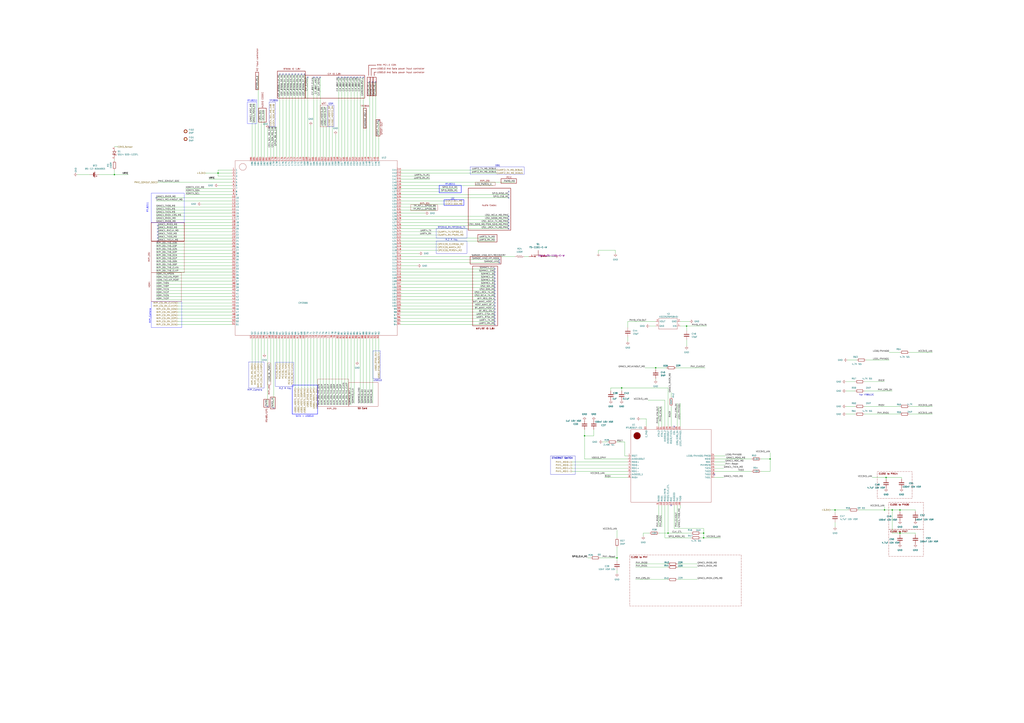
<source format=kicad_sch>
(kicad_sch (version 20231120) (generator "eeschema") (generator_version "8.0")
  (paper "A1")
  (junction (at 739.14 438.15))
  (junction (at 685.8 419.1))
  (junction (at 563.88 267.97))
  (junction (at 726.44 419.1))
  (junction (at 739.14 419.1))
  (junction (at 577.85 438.15))
  (junction (at 538.48 302.26))
  (junction (at 577.85 441.96))
  (junction (at 506.73 458.47))
  (junction (at 632.46 377.19))
  (junction (at 732.79 419.1))
  (junction (at 510.54 318.77))
  (junction (at 727.71 392.43))
  (junction (at 179.07 142.24))
  (junction (at 93.98 143.51))
  (junction (at 548.64 438.15))
  (junction (at 480.06 358.14))
  (no_connect (at 293.37 63.5))
  (no_connect (at 417.83 162.56))
  (no_connect (at 406.4 236.22))
  (no_connect (at 303.53 67.31))
  (no_connect (at 278.13 63.5))
  (no_connect (at 288.29 63.5))
  (no_connect (at 406.4 256.54))
  (no_connect (at 298.45 63.5))
  (no_connect (at 234.95 60.96))
  (no_connect (at 406.4 226.06))
  (no_connect (at 410.21 213.36))
  (no_connect (at 260.35 63.5))
  (no_connect (at 247.65 60.96))
  (no_connect (at 406.4 241.3))
  (no_connect (at 240.03 60.96))
  (no_connect (at 129.54 185.42))
  (no_connect (at 406.4 238.76))
  (no_connect (at 406.4 246.38))
  (no_connect (at 406.4 228.6))
  (no_connect (at 232.41 60.96))
  (no_connect (at 245.11 60.96))
  (no_connect (at 224.79 335.28))
  (no_connect (at 129.54 193.04))
  (no_connect (at 417.83 187.96))
  (no_connect (at 406.4 243.84))
  (no_connect (at 262.89 63.5))
  (no_connect (at 406.4 233.68))
  (no_connect (at 295.91 63.5))
  (no_connect (at 551.18 415.29))
  (no_connect (at 285.75 63.5))
  (no_connect (at 406.4 261.62))
  (no_connect (at 306.07 67.31))
  (no_connect (at 406.4 254))
  (no_connect (at 280.67 63.5))
  (no_connect (at 129.54 198.12))
  (no_connect (at 283.21 63.5))
  (no_connect (at 308.61 67.31))
  (no_connect (at 129.54 195.58))
  (no_connect (at 406.4 266.7))
  (no_connect (at 406.4 231.14))
  (no_connect (at 219.71 334.01))
  (no_connect (at 242.57 60.96))
  (no_connect (at 406.4 251.46))
  (no_connect (at 417.83 160.02))
  (no_connect (at 129.54 190.5))
  (no_connect (at 417.83 177.8))
  (no_connect (at 586.74 389.89))
  (no_connect (at 417.83 180.34))
  (no_connect (at 406.4 248.92))
  (no_connect (at 406.4 220.98))
  (no_connect (at 406.4 223.52))
  (no_connect (at 252.73 63.5))
  (no_connect (at 417.83 157.48))
  (no_connect (at 406.4 264.16))
  (no_connect (at 229.87 60.96))
  (no_connect (at 311.15 99.06))
  (no_connect (at 250.19 60.96))
  (no_connect (at 406.4 259.08))
  (no_connect (at 410.21 215.9))
  (no_connect (at 257.81 63.5))
  (no_connect (at 128.27 162.56))
  (no_connect (at 290.83 63.5))
  (no_connect (at 417.83 185.42))
  (no_connect (at 237.49 60.96))
  (no_connect (at 553.72 350.52))
  (no_connect (at 129.54 187.96))
  (no_connect (at 417.83 182.88))
  (wire (pts (xy 298.45 63.5) (xy 298.45 129.54)))
  (wire (pts (xy 328.93 241.3) (xy 406.4 241.3)))
  (wire (pts (xy 232.4076 61.1414) (xy 232.4076 71.12)))
  (wire (pts (xy 563.88 284.48) (xy 563.88 279.4)))
  (wire (pts (xy 328.93 165.1) (xy 365.76 165.1)))
  (wire (pts (xy 146.05 254) (xy 190.5 254)))
  (wire (pts (xy 328.93 251.46) (xy 406.4 251.46)))
  (wire (pts (xy 129.54 195.58) (xy 190.5 195.58)))
  (wire (pts (xy 482.6 458.47) (xy 485.14 458.47)))
  (wire (pts (xy 506.73 435.61) (xy 506.73 441.96)))
  (wire (pts (xy 171.45 147.32) (xy 190.5 147.32)))
  (wire (pts (xy 260.35 318.77) (xy 260.35 278.13)))
  (wire (pts (xy 278.13 63.5) (xy 278.13 129.54)))
  (wire (pts (xy 624.84 387.35) (xy 632.46 387.35)))
  (wire (pts (xy 285.75 278.13) (xy 285.75 332.74)))
  (wire (pts (xy 496.57 389.89) (xy 515.62 389.89)))
  (wire (pts (xy 513.08 374.65) (xy 513.08 363.22)))
  (wire (pts (xy 328.93 264.16) (xy 406.4 264.16)))
  (wire (pts (xy 273.05 278.13) (xy 273.05 332.74)))
  (wire (pts (xy 128.27 238.76) (xy 190.5 238.76)))
  (wire (pts (xy 586.74 384.81) (xy 594.36 384.81)))
  (wire (pts (xy 311.15 99.06) (xy 311.15 129.54)))
  (wire (pts (xy 128.27 243.84) (xy 190.5 243.84)))
  (wire (pts (xy 417.83 187.96) (xy 328.93 187.96)))
  (wire (pts (xy 240.03 298.45) (xy 240.03 278.13)))
  (wire (pts (xy 285.75 63.5) (xy 285.75 129.54)))
  (wire (pts (xy 245.1076 64.77) (xy 245.11 64.77)))
  (polyline (pts (xy 302.7436 53.6367) (xy 308.7333 53.6345)) (stroke (width 0.3048) (color 132 0 0 1)))
  (wire (pts (xy 538.48 302.26) (xy 547.37 302.26)))
  (wire (pts (xy 237.4876 61.1414) (xy 237.4876 68.58)))
  (wire (pts (xy 257.81 63.5) (xy 257.81 129.54)))
  (wire (pts (xy 492.76 458.47) (xy 506.73 458.47)))
  (wire (pts (xy 232.4076 71.12) (xy 232.41 71.12)))
  (wire (pts (xy 262.89 63.5) (xy 262.89 129.54)))
  (wire (pts (xy 532.13 328.93) (xy 546.1 328.93)))
  (wire (pts (xy 632.46 377.19) (xy 632.46 387.35)))
  (wire (pts (xy 726.44 313.69) (xy 709.93 313.69)))
  (wire (pts (xy 130.81 236.2182) (xy 130.81 236.22)))
  (wire (pts (xy 146.05 264.16) (xy 190.5 264.16)))
  (wire (pts (xy 577.85 441.96) (xy 591.82 441.96)))
  (wire (pts (xy 480.06 377.19) (xy 515.62 377.19)))
  (wire (pts (xy 739.14 419.1) (xy 751.84 419.1)))
  (wire (pts (xy 469.9 382.27) (xy 515.62 382.27)))
  (wire (pts (xy 270.51 104.14) (xy 270.51 129.54)))
  (wire (pts (xy 328.93 190.5) (xy 359.41 190.5)))
  (wire (pts (xy 594.36 392.43) (xy 586.74 392.43)))
  (wire (pts (xy 711.2 295.91) (xy 730.25 295.91)))
  (wire (pts (xy 328.93 152.4) (xy 405.13 152.4)))
  (wire (pts (xy 487.68 358.14) (xy 480.06 358.14)))
  (wire (pts (xy 506.73 458.47) (xy 506.73 449.58)))
  (wire (pts (xy 491.49 205.74) (xy 505.46 205.74)))
  (wire (pts (xy 240.0276 61.1414) (xy 240.0276 67.31)))
  (wire (pts (xy 128.27 180.34) (xy 190.5 180.34)))
  (wire (pts (xy 303.53 67.31) (xy 303.53 129.54)))
  (wire (pts (xy 128.27 165.1) (xy 190.5 165.1)))
  (wire (pts (xy 375.92 154.94) (xy 328.93 154.94)))
  (wire (pts (xy 212.09 298.45) (xy 212.09 278.13)))
  (wire (pts (xy 530.86 350.52) (xy 530.86 344.17)))
  (wire (pts (xy 586.74 374.65) (xy 595.63 374.65)))
  (wire (pts (xy 556.26 466.09) (xy 572.77 466.09)))
  (wire (pts (xy 130.81 236.22) (xy 190.5 236.22)))
  (wire (pts (xy 732.79 419.1) (xy 739.14 419.1)))
  (wire (pts (xy 308.61 67.31) (xy 308.61 129.54)))
  (wire (pts (xy 179.07 139.7) (xy 190.5 139.7)))
  (wire (pts (xy 308.61 278.13) (xy 308.61 289.56)))
  (wire (pts (xy 727.71 392.43) (xy 740.41 392.43)))
  (wire (pts (xy 586.74 379.73) (xy 595.63 379.73)))
  (wire (pts (xy 128.27 200.66) (xy 190.5 200.66)))
  (wire (pts (xy 128.27 218.44) (xy 190.5 218.44)))
  (wire (pts (xy 128.27 215.9) (xy 190.5 215.9)))
  (wire (pts (xy 250.1876 62.23) (xy 250.19 62.23)))
  (wire (pts (xy 469.9 379.73) (xy 515.62 379.73)))
  (wire (pts (xy 449.58 210.82) (xy 455.93 210.82)))
  (wire (pts (xy 586.74 387.35) (xy 617.22 387.35)))
  (wire (pts (xy 129.54 187.96) (xy 190.5 187.96)))
  (wire (pts (xy 685.8 419.1) (xy 685.8 421.64)))
  (polyline (pts (xy 304.8 56.4057) (xy 309.1965 56.4057)) (stroke (width 0.3048) (color 132 0 0 1)))
  (wire (pts (xy 751.84 419.1) (xy 751.84 420.37)))
  (wire (pts (xy 681.99 419.1) (xy 685.8 419.1)))
  (wire (pts (xy 548.64 415.29) (xy 548.64 438.15)))
  (wire (pts (xy 494.8276 363.22) (xy 499.11 363.22)))
  (wire (pts (xy 255.27 102.87) (xy 255.27 129.54)))
  (wire (pts (xy 548.64 438.15) (xy 567.69 438.15)))
  (wire (pts (xy 586.74 377.19) (xy 617.22 377.19)))
  (wire (pts (xy 739.14 438.15) (xy 751.84 438.15)))
  (wire (pts (xy 96.52 120.65) (xy 93.98 120.65)))
  (wire (pts (xy 558.8 331.47) (xy 558.8 350.52)))
  (wire (pts (xy 128.27 246.38) (xy 190.5 246.38)))
  (wire (pts (xy 546.1 441.96) (xy 567.69 441.96)))
  (wire (pts (xy 240.03 67.31) (xy 240.03 129.54)))
  (wire (pts (xy 732.79 321.31) (xy 709.93 321.31)))
  (wire (pts (xy 250.19 278.13) (xy 250.19 318.77)))
  (wire (pts (xy 515.62 264.16) (xy 538.48 264.16)))
  (wire (pts (xy 541.02 334.01) (xy 541.02 350.52)))
  (wire (pts (xy 217.17 90.17) (xy 217.17 129.54)))
  (wire (pts (xy 726.44 419.1) (xy 726.44 416.56)))
  (wire (pts (xy 491.49 208.28) (xy 491.49 205.74)))
  (wire (pts (xy 521.97 463.55) (xy 548.64 463.55)))
  (wire (pts (xy 128.27 172.72) (xy 190.5 172.72)))
  (wire (pts (xy 328.93 218.44) (xy 342.9 218.44)))
  (wire (pts (xy 227.33 298.45) (xy 227.33 278.13)))
  (wire (pts (xy 469.9 387.35) (xy 515.62 387.35)))
  (wire (pts (xy 538.48 312.42) (xy 538.48 311.15)))
  (wire (pts (xy 63.5 143.51) (xy 73.66 143.51)))
  (wire (pts (xy 328.93 210.82) (xy 422.91 210.82)))
  (wire (pts (xy 152.4 157.48) (xy 190.5 157.48)))
  (wire (pts (xy 546.1 415.29) (xy 546.1 441.96)))
  (wire (pts (xy 207.01 298.45) (xy 207.01 278.13)))
  (wire (pts (xy 128.27 175.26) (xy 190.5 175.26)))
  (wire (pts (xy 257.81 318.77) (xy 257.81 278.13)))
  (wire (pts (xy 575.31 438.15) (xy 577.85 438.15)))
  (wire (pts (xy 237.4876 68.58) (xy 237.49 68.58)))
  (wire (pts (xy 328.93 182.88) (xy 417.83 182.88)))
  (wire (pts (xy 295.91 63.5) (xy 295.91 129.54)))
  (wire (pts (xy 146.05 266.7) (xy 190.5 266.7)))
  (wire (pts (xy 533.4 267.97) (xy 538.48 267.97)))
  (wire (pts (xy 685.8 429.26) (xy 685.8 433.07)))
  (wire (pts (xy 303.53 278.13) (xy 303.53 331.47)))
  (wire (pts (xy 128.27 236.22) (xy 129.54 236.22)))
  (wire (pts (xy 328.93 233.68) (xy 406.4 233.68)))
  (wire (pts (xy 328.93 198.12) (xy 406.4 198.12)))
  (wire (pts (xy 288.29 278.13) (xy 288.29 332.74)))
  (wire (pts (xy 128.27 233.68) (xy 190.5 233.68)))
  (wire (pts (xy 280.67 63.5) (xy 280.67 129.54)))
  (wire (pts (xy 260.35 63.5) (xy 260.35 129.54)))
  (wire (pts (xy 480.06 377.19) (xy 480.06 358.14)))
  (wire (pts (xy 730.25 289.56) (xy 739.14 289.56)))
  (wire (pts (xy 128.27 177.8) (xy 190.5 177.8)))
  (wire (pts (xy 222.25 104.14) (xy 222.25 129.54)))
  (wire (pts (xy 328.93 175.26) (xy 349.25 175.26)))
  (wire (pts (xy 501.65 318.77) (xy 501.65 321.31)))
  (wire (pts (xy 541.02 438.15) (xy 548.64 438.15)))
  (wire (pts (xy 704.85 419.1) (xy 726.44 419.1)))
  (wire (pts (xy 328.93 208.28) (xy 344.17 208.28)))
  (wire (pts (xy 293.37 63.5) (xy 293.37 129.54)))
  (wire (pts (xy 179.07 144.78) (xy 190.5 144.78)))
  (wire (pts (xy 624.84 377.19) (xy 632.46 377.19)))
  (wire (pts (xy 146.05 259.08) (xy 190.5 259.08)))
  (wire (pts (xy 280.67 278.13) (xy 280.67 332.74)))
  (wire (pts (xy 328.93 170.18) (xy 358.14 170.18)))
  (polyline (pts (xy 304.8 62.23) (xy 304.8 56.4057)) (stroke (width 0.3048) (color 132 0 0 1)))
  (wire (pts (xy 716.28 392.43) (xy 727.71 392.43)))
  (wire (pts (xy 506.73 458.47) (xy 506.73 461.01)))
  (wire (pts (xy 217.17 278.13) (xy 217.17 290.83)))
  (wire (pts (xy 506.73 468.63) (xy 506.73 471.17)))
  (wire (pts (xy 558.8 417.83) (xy 558.8 415.29)))
  (wire (pts (xy 515.62 269.24) (xy 515.62 264.16)))
  (wire (pts (xy 165.1 167.64) (xy 190.5 167.64)))
  (wire (pts (xy 214.63 90.17) (xy 214.63 129.54)))
  (wire (pts (xy 496.57 392.43) (xy 515.62 392.43)))
  (wire (pts (xy 222.25 278.13) (xy 222.25 313.69)))
  (wire (pts (xy 247.65 278.13) (xy 247.65 318.77)))
  (wire (pts (xy 694.69 321.31) (xy 702.31 321.31)))
  (wire (pts (xy 551.18 334.01) (xy 551.18 350.52)))
  (wire (pts (xy 515.62 374.65) (xy 513.08 374.65)))
  (wire (pts (xy 129.54 185.42) (xy 190.5 185.42)))
  (wire (pts (xy 242.5676 66.04) (xy 242.57 66.04)))
  (wire (pts (xy 306.07 67.31) (xy 306.07 129.54)))
  (wire (pts (xy 128.27 220.98) (xy 190.5 220.98)))
  (wire (pts (xy 229.87 298.45) (xy 229.87 278.13)))
  (wire (pts (xy 128.27 228.6) (xy 190.5 228.6)))
  (wire (pts (xy 105.41 143.51) (xy 93.98 143.51)))
  (wire (pts (xy 726.44 419.1) (xy 732.79 419.1)))
  (wire (pts (xy 146.05 248.92) (xy 190.5 248.92)))
  (wire (pts (xy 290.83 63.5) (xy 290.83 129.54)))
  (wire (pts (xy 528.32 440.69) (xy 528.32 438.15)))
  (wire (pts (xy 129.54 236.22) (xy 130.81 236.2182)))
  (wire (pts (xy 128.27 223.52) (xy 190.5 223.52)))
  (wire (pts (xy 242.5676 61.1414) (xy 242.5676 66.04)))
  (wire (pts (xy 556.26 463.55) (xy 572.77 463.55)))
  (wire (pts (xy 295.91 278.13) (xy 295.91 331.47)))
  (wire (pts (xy 134.62 231.14) (xy 190.5 231.14)))
  (wire (pts (xy 556.26 331.47) (xy 556.26 350.52)))
  (wire (pts (xy 328.93 248.92) (xy 406.4 248.92)))
  (wire (pts (xy 739.14 419.1) (xy 739.14 420.37)))
  (polyline (pts (xy 307.34 62.23) (xy 307.34 59.4288)) (stroke (width 0.3048) (color 132 0 0 1)))
  (wire (pts (xy 179.07 152.4) (xy 190.5 152.4)))
  (wire (pts (xy 146.05 256.54) (xy 190.5 256.54)))
  (wire (pts (xy 242.57 66.04) (xy 242.57 129.54)))
  (wire (pts (xy 632.46 372.11) (xy 632.46 377.19)))
  (wire (pts (xy 751.84 438.15) (xy 751.84 439.42)))
  (wire (pts (xy 207.01 85.09) (xy 207.01 129.54)))
  (wire (pts (xy 152.4 154.94) (xy 190.5 154.94)))
  (wire (pts (xy 765.81 340.36) (xy 746.76 340.36)))
  (wire (pts (xy 577.85 438.15) (xy 577.85 441.96)))
  (wire (pts (xy 328.93 231.14) (xy 406.4 231.14)))
  (wire (pts (xy 525.78 344.17) (xy 530.86 344.17)))
  (wire (pts (xy 328.93 236.22) (xy 406.4 236.22)))
  (wire (pts (xy 265.43 278.13) (xy 265.43 332.74)))
  (wire (pts (xy 290.83 278.13) (xy 290.83 331.47)))
  (wire (pts (xy 273.05 104.14) (xy 273.05 129.54)))
  (wire (pts (xy 501.65 318.77) (xy 510.54 318.77)))
  (wire (pts (xy 328.93 149.86) (xy 422.91 149.86)))
  (wire (pts (xy 262.89 278.13) (xy 262.89 332.74)))
  (wire (pts (xy 219.71 278.13) (xy 219.71 334.01)))
  (wire (pts (xy 179.07 142.24) (xy 179.07 144.78)))
  (wire (pts (xy 128.27 208.28) (xy 190.5 208.28)))
  (wire (pts (xy 328.93 177.8) (xy 417.83 177.8)))
  (polyline (pts (xy 302.7457 62.1383) (xy 302.7436 53.6367)) (stroke (width 0.3048) (color 132 0 0 1)))
  (wire (pts (xy 359.41 203.2) (xy 328.93 203.2)))
  (wire (pts (xy 727.71 392.43) (xy 727.71 393.7)))
  (wire (pts (xy 267.97 278.13) (xy 267.97 332.74)))
  (wire (pts (xy 234.9476 69.85) (xy 234.95 69.85)))
  (wire (pts (xy 128.27 210.82) (xy 190.5 210.82)))
  (wire (pts (xy 695.96 295.91) (xy 703.58 295.91)))
  (wire (pts (xy 209.55 298.45) (xy 209.55 278.13)))
  (wire (pts (xy 709.93 334.01) (xy 739.14 334.01)))
  (wire (pts (xy 694.69 340.36) (xy 702.31 340.36)))
  (wire (pts (xy 219.71 105.41) (xy 219.71 129.54)))
  (wire (pts (xy 311.15 289.56) (xy 311.15 278.13)))
  (wire (pts (xy 209.55 85.09) (xy 209.55 129.54)))
  (wire (pts (xy 179.07 142.24) (xy 179.07 139.7)))
  (wire (pts (xy 129.54 149.86) (xy 190.5 149.86)))
  (wire (pts (xy 513.08 363.22) (xy 506.73 363.22)))
  (wire (pts (xy 275.59 110.49) (xy 275.59 129.54)))
  (wire (pts (xy 300.99 90.17) (xy 300.99 129.54)))
  (wire (pts (xy 328.93 172.72) (xy 358.14 172.72)))
  (wire (pts (xy 732.79 438.15) (xy 739.14 438.15)))
  (wire (pts (xy 293.37 278.13) (xy 293.37 297.18)))
  (wire (pts (xy 250.19 62.23) (xy 250.19 129.54)))
  (wire (pts (xy 224.79 278.13) (xy 224.79 335.28)))
  (wire (pts (xy 359.41 200.66) (xy 328.93 200.66)))
  (wire (pts (xy 529.59 302.26) (xy 538.48 302.26)))
  (wire (pts (xy 694.69 334.01) (xy 702.31 334.01)))
  (wire (pts (xy 556.26 476.25) (xy 572.77 476.25)))
  (wire (pts (xy 214.63 298.45) (xy 214.63 278.13)))
  (wire (pts (xy 278.13 278.13) (xy 278.13 332.74)))
  (wire (pts (xy 300.99 278.13) (xy 300.99 331.47)))
  (wire (pts (xy 240.0276 67.31) (xy 240.03 67.31)))
  (wire (pts (xy 515.62 280.67) (xy 515.62 276.86)))
  (wire (pts (xy 430.53 210.82) (xy 434.34 210.82)))
  (wire (pts (xy 283.21 278.13) (xy 283.21 332.74)))
  (wire (pts (xy 267.97 87.63) (xy 267.97 129.54)))
  (wire (pts (xy 128.27 162.56) (xy 190.5 162.56)))
  (wire (pts (xy 229.87 60.96) (xy 229.87 129.54)))
  (wire (pts (xy 328.93 195.58) (xy 406.4 195.58)))
  (wire (pts (xy 765.81 334.01) (xy 746.76 334.01)))
  (wire (pts (xy 328.93 254) (xy 406.4 254)))
  (wire (pts (xy 237.49 298.45) (xy 237.49 278.13)))
  (wire (pts (xy 328.93 193.04) (xy 359.41 193.04)))
  (wire (pts (xy 146.05 251.46) (xy 190.5 251.46)))
  (wire (pts (xy 255.27 318.77) (xy 255.27 278.13)))
  (wire (pts (xy 579.12 302.26) (xy 554.99 302.26)))
  (wire (pts (xy 521.97 466.09) (xy 548.64 466.09)))
  (wire (pts (xy 245.11 64.77) (xy 245.11 129.54)))
  (wire (pts (xy 353.06 147.32) (xy 328.93 147.32)))
  (wire (pts (xy 250.1876 61.1414) (xy 250.1876 62.23)))
  (wire (pts (xy 328.93 223.52) (xy 406.4 223.52)))
  (wire (pts (xy 128.27 226.06) (xy 190.5 226.06)))
  (wire (pts (xy 709.93 340.36) (xy 739.14 340.36)))
  (wire (pts (xy 129.54 190.5) (xy 190.5 190.5)))
  (wire (pts (xy 152.4 160.02) (xy 190.5 160.02)))
  (wire (pts (xy 694.69 313.69) (xy 702.31 313.69)))
  (wire (pts (xy 328.93 238.76) (xy 406.4 238.76)))
  (wire (pts (xy 566.42 264.16) (xy 558.8 264.16)))
  (wire (pts (xy 252.73 63.5) (xy 252.73 129.54)))
  (wire (pts (xy 551.18 322.58) (xy 551.18 326.39)))
  (wire (pts (xy 93.98 132.08) (xy 93.98 130.81)))
  (wire (pts (xy 232.41 298.45) (xy 232.41 278.13)))
  (wire (pts (xy 168.91 142.24) (xy 179.07 142.24)))
  (wire (pts (xy 740.41 392.43) (xy 740.41 393.7)))
  (wire (pts (xy 553.72 434.34) (xy 577.85 434.34)))
  (wire (pts (xy 746.76 289.56) (xy 765.81 289.56)))
  (wire (pts (xy 328.93 226.06) (xy 406.4 226.06)))
  (wire (pts (xy 563.88 267.97) (xy 558.8 267.97)))
  (wire (pts (xy 359.41 205.74) (xy 328.93 205.74)))
  (wire (pts (xy 328.93 243.84) (xy 406.4 243.84)))
  (wire (pts (xy 528.32 438.15) (xy 533.4 438.15)))
  (wire (pts (xy 270.51 278.13) (xy 270.51 332.74)))
  (wire (pts (xy 505.46 205.74) (xy 505.46 208.28)))
  (wire (pts (xy 328.93 180.34) (xy 417.83 180.34)))
  (wire (pts (xy 128.27 213.36) (xy 190.5 213.36)))
  (wire (pts (xy 328.93 261.62) (xy 406.4 261.62)))
  (wire (pts (xy 586.74 382.27) (xy 595.63 382.27)))
  (wire (pts (xy 328.93 185.42) (xy 417.83 185.42)))
  (wire (pts (xy 417.83 160.02) (xy 328.93 160.02)))
  (wire (pts (xy 556.26 415.29) (xy 556.26 433.07)))
  (wire (pts (xy 232.41 71.12) (xy 232.41 129.54)))
  (wire (pts (xy 328.93 266.7) (xy 406.4 266.7)))
  (wire (pts (xy 732.79 419.1) (xy 732.79 438.15)))
  (wire (pts (xy 739.14 438.15) (xy 739.14 439.42)))
  (wire (pts (xy 546.1 328.93) (xy 546.1 350.52)))
  (wire (pts (xy 81.28 143.51) (xy 93.98 143.51)))
  (wire (pts (xy 685.8 419.1) (xy 697.23 419.1)))
  (wire (pts (xy 93.98 143.51) (xy 93.98 139.7)))
  (wire (pts (xy 541.02 415.29) (xy 541.02 433.07)))
  (wire (pts (xy 353.06 144.78) (xy 328.93 144.78)))
  (wire (pts (xy 563.88 267.97) (xy 580.39 267.97)))
  (wire (pts (xy 510.54 318.77) (xy 510.54 321.31)))
  (wire (pts (xy 306.07 278.13) (xy 306.07 331.47)))
  (wire (pts (xy 179.07 142.24) (xy 190.5 142.24)))
  (wire (pts (xy 577.85 434.34) (xy 577.85 438.15)))
  (wire (pts (xy 328.93 220.98) (xy 406.4 220.98)))
  (wire (pts (xy 538.48 302.26) (xy 538.48 303.53)))
  (wire (pts (xy 328.93 142.24) (xy 407.67 142.24)))
  (wire (pts (xy 247.65 60.96) (xy 247.65 129.54)))
  (wire (pts (xy 328.93 213.36) (xy 410.21 213.36)))
  (wire (pts (xy 146.05 261.62) (xy 190.5 261.62)))
  (wire (pts (xy 128.27 241.3) (xy 190.5 241.3)))
  (wire (pts (xy 245.1076 61.1414) (xy 245.1076 64.77)))
  (wire (pts (xy 469.9 384.81) (xy 515.62 384.81)))
  (wire (pts (xy 252.73 318.77) (xy 252.73 278.13)))
  (wire (pts (xy 128.27 205.74) (xy 190.5 205.74)))
  (wire (pts (xy 265.43 87.63) (xy 265.43 129.54)))
  (wire (pts (xy 375.92 157.48) (xy 328.93 157.48)))
  (wire (pts (xy 129.54 193.04) (xy 190.5 193.04)))
  (wire (pts (xy 417.83 162.56) (xy 328.93 162.56)))
  (wire (pts (xy 575.31 441.96) (xy 577.85 441.96)))
  (wire (pts (xy 328.93 139.7) (xy 407.67 139.7)))
  (wire (pts (xy 510.54 318.77) (xy 548.64 318.77)))
  (wire (pts (xy 275.59 278.13) (xy 275.59 332.74)))
  (wire (pts (xy 543.56 334.01) (xy 543.56 350.52)))
  (wire (pts (xy 128.4594 231.1418) (xy 134.62 231.14)))
  (wire (pts (xy 245.11 278.13) (xy 245.11 318.77)))
  (wire (pts (xy 298.45 278.13) (xy 298.45 331.47)))
  (wire (pts (xy 328.93 228.6) (xy 406.4 228.6)))
  (wire (pts (xy 563.88 271.78) (xy 563.88 267.97)))
  (wire (pts (xy 224.79 104.14) (xy 224.79 129.54)))
  (polyline (pts (xy 307.34 59.4288) (xy 309.1159 59.4288)) (stroke (width 0.3048) (color 132 0 0 1)))
  (wire (pts (xy 521.97 476.25) (xy 548.64 476.25)))
  (wire (pts (xy 212.09 62.23) (xy 212.09 129.54)))
  (wire (pts (xy 283.21 63.5) (xy 283.21 129.54)))
  (wire (pts (xy 128.27 170.18) (xy 190.5 170.18)))
  (wire (pts (xy 237.49 68.58) (xy 237.49 129.54)))
  (wire (pts (xy 553.72 415.29) (xy 553.72 434.34)))
  (wire (pts (xy 129.54 198.12) (xy 190.5 198.12)))
  (wire (pts (xy 480.06 358.14) (xy 480.06 353.06)))
  (wire (pts (xy 234.95 69.85) (xy 234.95 129.54)))
  (wire (pts (xy 234.95 298.45) (xy 234.95 278.13)))
  (wire (pts (xy 328.93 167.64) (xy 365.76 167.64)))
  (wire (pts (xy 328.93 246.38) (xy 406.4 246.38)))
  (wire (pts (xy 288.29 63.5) (xy 288.29 129.54)))
  (wire (pts (xy 234.9476 61.1414) (xy 234.9476 69.85)))
  (wire (pts (xy 487.68 353.06) (xy 487.68 358.14)))
  (wire (pts (xy 242.57 278.13) (xy 242.57 318.77)))
  (wire (pts (xy 328.93 259.08) (xy 406.4 259.08)))
  (wire (pts (xy 227.33 104.14) (xy 227.33 129.54)))
  (wire (pts (xy 328.93 256.54) (xy 406.4 256.54)))
  (wire (pts (xy 328.93 215.9) (xy 410.21 215.9)))
  (wire (pts (xy 128.27 182.88) (xy 190.5 182.88)))
  (wire (pts (xy 128.27 203.2) (xy 190.5 203.2)))
  (wire (pts (xy 548.64 318.77) (xy 548.64 350.52)))
  (wire (pts (xy 543.56 415.29) (xy 543.56 433.07)))
  (rectangle (start 219.71 298.45) (end 222.25 316.23) (stroke (width 0) (color 132 0 0 1)))
  (rectangle (start 358.14 187.96) (end 383.54 195.58))
  (rectangle (start 298.5306 88.9) (end 300.8166 105.41) (stroke (width 0.3048) (color 132 0 0 1)))
  (rectangle (start 124.3368 224.1387) (end 149.0289 247.9158) (stroke (width 0) (color 132 0 0 1)))
  (rectangle (start 226.06 330.2) (end 226.06 330.2))
  (rectangle (start 240.03 316.5369) (end 260.7964 340.36) (stroke (width 0.3048) (color 0 0 255 1)))
  (rectangle (start 216.6729 328.1396) (end 220.98 334.7436) (stroke (width 0.3048) (color 132 0 0 1)))
  (rectangle (start 304.0036 63.5023) (end 306.3635 78.74) (stroke (width 0.3048) (color 132 0 0 1)))
  (rectangle (start 364.6799 164.1495) (end 381 168.815) (stroke (width 0.3048) (color 0 0 255 1)))
  (rectangle (start 358.14 198.12) (end 383.54 208.28))
  (rectangle (start 308.7838 98.3636) (end 312.0858 111.76) (stroke (width 0.3048) (color 132 0 0 1)))
  (rectangle (start 220.98 83.82) (end 226.06 104.14))
  (rectangle (start 203.2 83.82) (end 210.82 101.6) (stroke (width 0) (color 0 0 255 1)))
  (rectangle (start 204.1644 297.4182) (end 216.8644 319.0082))
  (rectangle (start 411.4734 146.878) (end 424.18 150.688) (stroke (width 0.3048) (color 132 0 0 1)))
  (rectangle (start 124.2785 247.8523) (end 149.2665 269.24) (stroke (width 0) (color 0 0 255 1)))
  (rectangle (start 386.08 137.16) (end 430.53 143.3295))
  (rectangle (start 337.3033 168.2643) (end 359.41 172.9298) (stroke (width 0) (color 132 0 0 1)))
  (rectangle (start 250.695 61.9136) (end 299.4787 80.7096) (stroke (width 0.3048) (color 132 0 0 1)))
  (rectangle (start 260.7964 311.6378) (end 286.3918 333.9898) (stroke (width 0) (color 132 0 0 1)))
  (rectangle (start 388.112 218.694) (end 408.686 267.716) (stroke (width 0.3048) (color 132 0 0 1)))
  (rectangle (start 269.24 86.36) (end 274.32 104.14))
  (rectangle (start 301.5394 63.5) (end 303.9797 78.74) (stroke (width 0.3048) (color 132 0 0 1)))
  (rectangle (start 222.0597 326.39) (end 226.06 335.977) (stroke (width 0.3048) (color 132 0 0 1)))
  (rectangle (start 390.3164 149.86) (end 406.7621 152.4) (stroke (width 0) (color 132 0 0 1)))
  (rectangle (start 124.2149 198.527) (end 151.3784 224.0455) (stroke (width 0) (color 132 0 0 1)))
  (rectangle (start 386.08 210.82) (end 411.48 216.9379) (stroke (width 0.3048) (color 132 0 0 1)))
  (rectangle (start 124.2173 182.8701) (end 151.3953 198.12) (stroke (width 0.3048) (color 132 0 0 1)))
  (rectangle (start 392.483 192.7382) (end 408.203 198.8561) (stroke (width 0.3048) (color 132 0 0 1)))
  (rectangle (start 227.8356 58.42) (end 250.6956 80.7225) (stroke (width 0.3048) (color 132 0 0 1)))
  (rectangle (start 384.5708 154.7033) (end 419.4574 189.23) (stroke (width 0.3048) (color 132 0 0 1)))
  (rectangle (start 226.0629 297.7478) (end 241.3029 317.5))
  (rectangle (start 124.206 158.75) (end 151.384 182.88) (stroke (width 0) (color 0 0 255 1)))
  (rectangle (start 306.4134 63.5) (end 308.9534 78.74) (stroke (width 0.3048) (color 132 0 0 1)))
  (rectangle (start 209.8979 59.2774) (end 212.3567 73.6637) (stroke (width 0.3048) (color 132 0 0 1)))
  (rectangle (start 286.4477 314.2441) (end 310.5134 333.9402) (stroke (width 0) (color 132 0 0 1)))
  (rectangle (start 262.89 86.36) (end 269.24 104.14) (stroke (width 0) (color 132 0 0 1)))
  (rectangle (start 306.3491 288.29) (end 312.42 311.15))
  (rectangle (start 212.3926 88.9) (end 218.719 100.33) (stroke (width 0.3048) (color 132 0 0 1)))
  (rectangle (start 360.68 152.4) (end 378.7634 158.4479) (stroke (width 0.3048) (color 0 0 255 1)))
  (text_box "CLOSE to PIN30\n\n" (at 729.996 413.004 0) (size 28.448 22.098) (stroke (width 0) (type dash) (color 132 0 0 1)) (effects (font (size 1.27 1.27) (thickness 0.254) (bold yes)) (justify left top)))
  (text_box "CLOSE to PHY\n\n\n\n\n" (at 517.144 456.184 0) (size 91.694 41.91) (stroke (width 0) (type dash) (color 132 0 0 1)) (effects (font (size 1.27 1.27) (thickness 0.254) (bold yes)) (justify left top)))
  (text_box "CLOSE to PIN7\n\n\n" (at 729.996 435.102 0) (size 28.448 22.098) (stroke (width 0) (type dash) (color 132 0 0 1)) (effects (font (size 1.27 1.27) (thickness 0.254) (bold yes)) (justify left top)))
  (text_box "CLOSE to PIN14\n\n\n" (at 720.598 387.604 0) (size 28.448 22.098) (stroke (width 0) (type dash) (color 132 0 0 1)) (effects (font (size 1.27 1.27) (thickness 0.254) (bold yes)) (justify left top)))
  (text_box "ETHERNET SWITCH\n" (at 452.12 374.65 0) (size 20.32 15.24) (effects (font (size 1.27 1.27) (bold yes)) (justify left top)))
  (text "PCIE\n" (at 418.084 146.05 0) (effects (font (size 1.27 1.27))))
  (text "MIPI_Camera\n" (at 123.19 259.588 90) (effects (font (size 1.27 1.27))))
  (text "WIFI/BT IO 1.8V\n" (at 398.526 270.256 0) (effects (font (size 1.27 1.27) (thickness 0.254) (bold yes))))
  (text "RTL8211" (at 369.824 151.384 0) (effects (font (size 1.27 1.27))))
  (text "TP2855\n\n" (at 224.79 83.82 0) (effects (font (size 1.27 1.27))))
  (text "M.2 M Key" (at 370.84 197.104 0) (effects (font (size 1.27 1.27))))
  (text "CIF IO 1.8V\n" (at 274.574 60.96 0) (effects (font (size 1.27 1.27))))
  (text "RTL8211\n" (at 207.264 82.804 0) (effects (font (size 1.27 1.27))))
  (text "RP2040_RX/RP2040_TX\n" (at 370.84 186.944 0) (effects (font (size 1.27 1.27))))
  (text "BT656 IO 1.8V" (at 239.776 56.896 0) (effects (font (size 1.27 1.27))))
  (text "MIPI_DSI" (at 220.98 320.548 90) (effects (font (size 1.27 1.27))))
  (text "USB3.0 And Sata power input controller\n\n" (at 329.184 60.706 0) (effects (font (size 1.27 1.27))))
  (text "AUDIO CODEC" (at 215.646 82.296 90) (effects (font (size 1.27 1.27))))
  (text "MIPI_DSI\n" (at 122.428 211.328 90) (effects (font (size 1.27 1.27))))
  (text "USB2.0 And Sata power input controller\n\n" (at 329.184 57.658 0) (effects (font (size 1.27 1.27))))
  (text "SD Card" (at 297.688 335.788 0) (effects (font (size 1.27 1.27) (thickness 0.254) (bold yes))))
  (text "RTL8211\n" (at 121.158 170.434 90) (effects (font (size 1.27 1.27))))
  (text "MIPI_DSI\n" (at 272.542 336.042 0) (effects (font (size 1.27 1.27))))
  (text "Audio Codec " (at 402.336 168.91 0) (effects (font (size 1.27 1.27))))
  (text "DBG\n" (at 408.686 136.144 0) (effects (font (size 1.27 1.27))))
  (text "TP2855\n" (at 299.72 87.376 0) (effects (font (size 1.27 1.27))))
  (text "RS485/GPS\n" (at 218.948 341.63 90) (effects (font (size 1.27 1.27))))
  (text "MINI PCI-E CON\n" (at 317.5 53.594 0) (effects (font (size 1.27 1.27))))
  (text "MIPI_DSI\n" (at 398.272 148.844 0) (effects (font (size 1.27 1.27))))
  (text "M.2 M Key" (at 234.188 319.278 0) (effects (font (size 1.27 1.27))))
  (text "I2C\n" (at 371.856 163.322 0) (effects (font (size 1.27 1.27))))
  (text "HDMI\n" (at 122.682 234.188 90) (effects (font (size 1.27 1.27))))
  (text "For YT8512C" (at 711.708 324.612 0) (effects (font (size 1.27 1.27))))
  (text "SPDIF-OUT\n" (at 313.436 105.664 90) (effects (font (size 1.27 1.27))))
  (text "WİFİ\n" (at 265.938 85.344 0) (effects (font (size 1.27 1.27))))
  (text "USB3.0" (at 310.134 312.674 0) (effects (font (size 1.27 1.27))))
  (text "M2 input controller\n\n" (at 212.344 49.276 90) (effects (font (size 1.27 1.27))))
  (text "MIPI_Camera\n" (at 209.296 320.548 0) (effects (font (size 1.27 1.27))))
  (text "GSM\n" (at 271.78 85.344 0) (effects (font (size 1.27 1.27))))
  (text "SATA + USB3.0\n\n" (at 250.19 343.154 0) (effects (font (size 1.27 1.27))))
  (text "MIPI_DSI\n" (at 348.742 167.386 0) (effects (font (size 1.27 1.27))))
  (label "CIF_8BIT_D6" (at 293.37 63.5 270))
  (label "GMAC1_RXD1_M0" (at 572.77 466.09 0))
  (label "VOP_BT656_D1_M1" (at 234.9476 61.1414 270))
  (label "HOST_WAKE_BT_H" (at 406.4 251.46 180))
  (label "PHY_RXD1" (at 543.56 433.07 90))
  (label "SPI3_MOSI_M1" (at 375.92 157.48 180))
  (label "GMAC1_MDIO_M0" (at 612.14 377.19 180))
  (label "GMAC1_RXD3_M0" (at 129.54 185.42 0))
  (label "SDMMC0_DET_L" (at 288.29 332.74 90))
  (label "GPIO0_A6_d" (at 308.61 67.31 270))
  (label "GMAC1_MDC_M0" (at 595.63 379.73 0))
  (label "LCD0_BL_PWM4" (at 222.25 313.69 90))
  (label "LED1{slash}PHYAD1" (at 730.25 295.91 180))
  (label "VCC3V3_LAN" (at 591.82 441.96 180))
  (label "SDMMC1_D1" (at 406.4 228.6 180))
  (label "TXD3" (at 610.87 387.35 180))
  (label "MIPI_DSI_TX1_CLKN" (at 283.21 332.74 90))
  (label "PHY_CRS_DV" (at 732.79 321.31 180))
  (label "UART2_RX_M0_DEBUG" (at 407.67 142.24 180))
  (label "GMAC1_TXD0_M0" (at 128.27 170.18 0))
  (label "BT_REG_ON_H" (at 406.4 256.54 180))
  (label "CLK_CTL" (at 560.07 438.15 180))
  (label "UART4_TX" (at 354.33 190.5 180))
  (label "PHY_RXD1" (at 730.25 340.36 180))
  (label "GMAC1_RXD1_M0" (at 128.27 180.34 0))
  (label "GMAC1_TXD2_M0" (at 129.54 193.04 0))
  (label "LED0{slash}PHYAD0" (at 730.25 289.56 180))
  (label "MIPI_DSI_TX1_D0P" (at 275.59 332.74 90))
  (label "MIPI_DSI_TX1_CLKP" (at 285.75 332.74 90))
  (label "VCC3V3_LAN" (at 532.13 328.93 180))
  (label "HDMI_TXCLKP_PORT" (at 128.4594 231.1418 0))
  (label "VCC3V3_LAN" (at 506.73 435.61 180))
  (label "I2C4_SDA_M0_1V8" (at 224.79 104.14 270))
  (label "UART3_RX_M0" (at 406.4 198.12 180))
  (label "SDMMC0_D3" (at 298.45 331.47 90))
  (label "VCC3V3_LAN" (at 765.81 340.36 180))
  (label "PHY0_XTALOUT" (at 541.02 334.01 270))
  (label "SPI3_CS0_M1" (at 417.83 162.56 180))
  (label "PHY0_XTALOUT" (at 530.86 264.16 180))
  (label "CAMERAB_RST_L" (at 298.45 63.5 270))
  (label "PHY_RXD0" (at 521.97 463.55 0))
  (label "UART1_RTSn_M0" (at 406.4 261.62 180))
  (label "HDMI_TX0N" (at 128.27 233.68 0))
  (label "GPIO0_A5_d" (at 212.09 62.23 270))
  (label "I2S1_LRCK_TX_M0_PMIC" (at 417.83 187.96 180))
  (label "PHY0_XTALIN" (at 543.56 334.01 270))
  (label "GPIO0_A3_u" (at 306.07 67.31 270))
  (label "HDMI_TXCLKN_PORT" (at 128.27 228.6 0))
  (label "VCC3V3_LAN" (at 632.46 372.11 180))
  (label "GPIO4_B5_d_1V8" (at 227.33 104.14 270))
  (label "SDMMC1_D0" (at 406.4 226.06 180))
  (label "GMAC1_MDIO_M0" (at 209.55 85.09 270))
  (label "GMAC1_TXCLK_M0" (at 129.54 198.12 0))
  (label "WIFI_WAKE_HOST_H" (at 406.4 248.92 180))
  (label "GMAC1_RXER_M0" (at 128.27 162.56 0))
  (label "HDMITX_CEC_M0" (at 152.4 154.94 0))
  (label "CIF_8BIT_VSYNC" (at 262.89 63.5 270))
  (label "LED0{slash}PHYAD0" (at 595.63 374.65 0))
  (label "TP_INT_L_GPIO0_B5" (at 358.14 170.18 180))
  (label "GPIO0_A0_d" (at 303.53 67.31 270))
  (label "UART1_CTSn_M0" (at 406.4 259.08 180))
  (label "VCC3V3_LAN" (at 716.28 392.43 180))
  (label "CIF_8BIT_D1" (at 280.67 63.5 270))
  (label "I2C1_SDA" (at 217.17 90.17 270))
  (label "I2S2_SDI_M0" (at 406.4 236.22 180))
  (label "SPI3_CLK_M1" (at 482.6 458.47 180) (effects (font (bold yes))))
  (label "CIF_8BIT_D4" (at 288.29 63.5 270))
  (label "SDMMC0_D1" (at 303.53 331.47 90))
  (label "MIPI_DSI_TX1_D3N" (at 278.13 332.74 90))
  (label "SPI3_MISO_M1" (at 417.83 160.02 180))
  (label "HDMI_TX0P" (at 128.27 236.22 0))
  (label "I2S1_SDI0_M0{slash}PDM_SDI0_M0_PMIC" (at 417.83 185.42 180))
  (label "HDMI_TX1N" (at 128.27 238.76 0))
  (label "I2S2_SDO_M0" (at 406.4 238.76 180))
  (label "MIPI_DSI_TX0_D3P" (at 128.27 203.2 0))
  (label "GMAC1_TXD0_M0" (at 558.8 417.83 270))
  (label "CIF_8BIT_HREF" (at 260.35 63.5 270))
  (label "SDMMC0_D0" (at 306.07 331.47 90))
  (label "VOP_BT656_D0_M1" (at 232.4076 61.1414 270))
  (label "WIFI_REG_ON_H" (at 406.4 246.38 180))
  (label "SDMMC1_CLK" (at 406.4 220.98 180))
  (label "MIPI_DSI_TX1_D0N" (at 273.05 332.74 90))
  (label "RSET" (at 506.73 363.22 0))
  (label "UART3_TX_M0" (at 406.4 195.58 180))
  (label "UART1_TX_M0" (at 406.4 264.16 180))
  (label "GMAC1_RXD0_M0" (at 128.27 182.88 0))
  (label "UART4_RX" (at 354.33 193.04 180))
  (label "SARADC_VIN3" (at 410.21 215.9 180))
  (label "USB2_HOST3_DP" (at 267.97 87.63 270))
  (label "GMAC1_RXDV_CRS_M0" (at 128.27 177.8 0))
  (label "I2S1_SDO0_M0_PMIC" (at 417.83 180.34 180))
  (label "USB2_HOST3_DN" (at 265.43 87.63 270))
  (label "PHY_CLKOUT" (at 556.26 433.07 90))
  (label "VCC3V3_LAN" (at 765.81 289.56 180))
  (label "PMIC_32KOUT_SOC" (at 129.54 149.86 0))
  (label "VCC3V3_LAN" (at 765.81 334.01 180))
  (label "I2C4_SCL_M0_1V8" (at 222.25 104.14 270))
  (label "CAMERAF_RST_L" (at 300.99 90.17 270))
  (label "PWM3_IR" (at 224.79 335.28 90))
  (label "PHY_CLKOUT" (at 579.12 302.26 180))
  (label "GMAC1_TXD3_M0" (at 129.54 195.58 0))
  (label "TP_RST_L_GPIO0_B6" (at 358.14 172.72 180))
  (label "MIPI_DSI_TX1_D1P" (at 270.51 332.74 90))
  (label "RXDV" (at 726.44 334.01 180))
  (label "PHY_RXD0" (at 541.02 433.07 90))
  (label "HDMI_TX2N" (at 128.27 243.84 0))
  (label "GMAC1_MDC_M0" (at 207.01 85.09 270))
  (label "SDMMC1_CMD" (at 406.4 223.52 180))
  (label "I2S1_MCLK_M0_PMIC" (at 417.83 177.8 180))
  (label "GMAC1_TXD1_M0" (at 594.36 392.43 0))
  (label "MIPI_DSI_TX0_D0P" (at 128.27 218.44 0))
  (label "SARADC_VIN0_KEY{slash}RECOVERY" (at 415.29 210.82 180))
  (label "VRTC" (at 171.45 147.32 0) (effects (font (bold yes))))
  (label "MIPI_DSI_TX1_D1N" (at 267.97 332.74 90))
  (label "VOP_BT656_D4_M1" (at 242.5676 61.1414 270))
  (label "UART5_TX_M1" (at 353.06 144.78 180))
  (label "CIF_CLKOUT" (at 252.73 63.5 270))
  (label "PHY0_XTALIN" (at 580.39 267.97 180))
  (label "VOP_BT656_D3_M1" (at 240.0276 61.1414 270))
  (label "RXDV" (at 496.57 392.43 0))
  (label "SDMMC1_D2" (at 406.4 231.14 180))
  (label "VOP_BT656_D7_M1" (at 250.1876 61.1414 270))
  (label "CIF_8BIT_D5" (at 290.83 63.5 270))
  (label "LCD_PWREN_H" (at 403.86 152.4 180))
  (label "VRTC" (at 105.41 143.51 180) (effects (font (bold yes))))
  (label "HDMITX_SDA" (at 152.4 157.48 0))
  (label "MIPI_DSI_TX0_CLKP" (at 128.27 223.52 0))
  (label "MIPI_DSI_TX0_D2P" (at 128.27 208.28 0))
  (label "GMAC1_MCLKINOUT_M0" (at 529.59 302.26 180))
  (label "BT_WAKE_HOST_H" (at 406.4 254 180))
  (label "CIF_8BIT_D2" (at 283.21 63.5 270))
  (label "GMAC1_RXDV_CRS_M0" (at 572.77 476.25 0))
  (label "CIF_8BIT_D3" (at 285.75 63.5 270))
  (label "HDMI_TX1P" (at 128.27 241.3 0))
  (label "SARADC_VIN2_HP_HOOK" (at 410.21 213.36 180))
  (label "GMAC1_TXEN_M0" (at 594.36 384.81 0))
  (label "I2C1_SCL" (at 214.63 90.17 270))
  (label "UART2_TX_M0_DEBUG" (at 407.67 139.7 180))
  (label "LED1{slash}PHYAD1" (at 558.8 331.47 270))
  (label "GMAC1_RXD0_M0" (at 572.77 463.55 0))
  (label "SDMMC0_D2" (at 300.99 331.47 90))
  (label "MIPI_DSI_TX0_D0N" (at 128.27 215.9 0))
  (label "MIPI_DSI_TX1_D2P" (at 265.43 332.74 90))
  (label "PHY_CRS_DV" (at 556.26 331.47 270))
  (label "SDMMC0_CMD" (at 295.91 331.47 90))
  (label "SPI3_CLK_M1" (at 375.92 154.94 180))
  (label "PHY_RXD1" (at 521.97 466.09 0))
  (label "RXER" (at 551.18 342.9 90))
  (label "GMAC1_RXD2_M0" (at 129.54 187.96 0))
  (label "CIF_8BIT_D0" (at 278.13 63.5 270))
  (label "I2S1_SCLK_TX_M0_PMIC" (at 417.83 182.88 180))
  (label "SPDIF_TX_M2" (at 311.15 99.06 270))
  (label "RXER" (at 726.44 313.69 180))
  (label "VOP_BT656_CLK_M1" (at 229.87 61.1414 270))
  (label "PHY_CRS_DV" (at 521.97 476.25 0))
  (label "CIF_8BIT_D7" (at 295.91 63.5 270))
  (label "HDMITX_SCL" (at 152.4 160.02 0))
  (label "VCC3V3_LAN" (at 726.44 416.56 180))
  (label "GMAC1_RXER_M0" (at 551.18 322.58 90))
  (label "MIPI_DSI_TX0_D3N" (at 128.27 200.66 0))
  (label "UART5_RX_M1" (at 353.06 147.32 180))
  (label "PWM5" (at 219.71 334.01 90))
  (label "MIPI_DSI_TX0_D1N" (at 128.27 210.82 0))
  (label "HDMI_TX2P" (at 128.27 246.38 0))
  (label "VOP_BT656_D2_M1" (at 237.4876 61.1414 270))
  (label "GMAC1_TXEN_M0" (at 128.27 175.26 0))
  (label "SDMMC0_CLK" (at 290.83 331.47 90))
  (label "PWM0_M0" (at 422.91 149.86 180))
  (label "GMAC1_TXD1_M0" (at 128.27 172.72 0))
  (label "MIPI_DSI_TX0_D2N" (at 128.27 205.74 0))
  (label "MIPI_DSI_TX1_D3P" (at 280.67 332.74 90))
  (label "SDMMC1_D3" (at 406.4 233.68 180))
  (label "MIPI_DSI_TX0_D1P" (at 128.27 213.36 0))
  (label "VOP_BT656_D5_M1" (at 245.1076 61.1414 270))
  (label "PHY-Reset" (at 595.63 382.27 0))
  (label "VOP_BT656_D6_M1" (at 247.65 61.1414 270))
  (label "VDD10_EPHY" (at 497.84 377.19 180))
  (label "CIF_8BIT_CLKIN" (at 257.81 63.5 270))
  (label "I2S2_LRCK_TX_M0" (at 406.4 241.3 180))
  (label "SPI3_MOSI_M1" (at 562.61 441.96 180))
  (label "PHY-Reset" (at 505.46 458.47 180))
  (label "GMAC1_MCLKINOUT_M0" (at 128.27 165.1 0))
  (label "VCC3V3_LAN" (at 496.57 389.89 180))
  (label "MIPI_DSI_TX1_D2N" (at 262.89 332.74 90))
  (label "HDMI_TX_HPDIN" (at 128.27 226.06 0))
  (label "MIPI_DSI_TX0_CLKN" (at 128.27 220.98 0))
  (label "I2S2_SCLK_TX_M0" (at 406.4 243.84 180))
  (label "UART1_RX_M0" (at 406.4 266.7 180))
  (label "GMAC1_RXCLK_M0" (at 129.54 190.5 0))
  (hierarchical_label "MIPI_CSI_RX_D1N" (shape input) (at 146.05 266.7 180))
  (hierarchical_label "MIPI_CSI_RX_D3P" (shape input) (at 146.05 256.54 180))
  (hierarchical_label "+3.3V" (shape input) (at 168.91 142.24 180))
  (hierarchical_label "MIPI_CSI_RX_D0P" (shape input) (at 209.55 298.45 270))
  (hierarchical_label "PHY1_MDI0-" (shape input) (at 469.9 382.27 180))
  (hierarchical_label "PCIE20_REFCLKN" (shape input) (at 240.03 298.45 270))
  (hierarchical_label "PCIE20_TXN" (shape input) (at 232.41 298.45 270))
  (hierarchical_label "USB3_HOST1_SSRXP" (shape input) (at 247.65 318.77 270))
  (hierarchical_label "MIPI_CSI_RX_D0N" (shape input) (at 207.01 298.45 270))
  (hierarchical_label "PCIE20_TXP" (shape input) (at 234.95 298.45 270))
  (hierarchical_label "UART4_RX{slash}PWM1_M0" (shape input) (at 359.41 193.04 0))
  (hierarchical_label "PCIE20_CLKREQn_M2" (shape input) (at 359.41 200.66 0))
  (hierarchical_label "PCIE20_PERSTn_M2" (shape input) (at 359.41 205.74 0))
  (hierarchical_label "UART2_RX_M0_DEBUG" (shape input) (at 407.67 142.24 0))
  (hierarchical_label "MIPI_CSI_RX_D3N" (shape input) (at 146.05 254 180))
  (hierarchical_label "USB3_OTG0_VBUSDET" (shape input) (at 311.15 289.56 270))
  (hierarchical_label "USB3_OTG0_DN" (shape input) (at 252.73 318.77 270))
  (hierarchical_label "UART4_TX{slash}GPIO0_C1" (shape input) (at 359.41 190.5 0))
  (hierarchical_label "I2C4_SDA_M0_1V8" (shape input) (at 224.79 104.14 90))
  (hierarchical_label "MIPI_CSI_RX_D2P" (shape input) (at 146.05 261.62 180))
  (hierarchical_label "USB3_HOST1_SSTXN" (shape input) (at 245.11 318.77 270))
  (hierarchical_label "PHY1_MDI1-" (shape input) (at 469.9 387.35 180))
  (hierarchical_label "PHY1_MDI1+" (shape input) (at 469.9 384.81 180))
  (hierarchical_label "MIPI_CSI_RX_D1P" (shape input) (at 146.05 264.16 180))
  (hierarchical_label "MIPI_CSI_RX_D2N" (shape input) (at 146.05 259.08 180))
  (hierarchical_label "PMIC_32KOUT_SOC" (shape input) (at 129.54 149.86 180))
  (hierarchical_label "UART2_TX_M0_DEBUG" (shape input) (at 407.67 139.7 0))
  (hierarchical_label "PCIE20_RXN" (shape input) (at 229.87 298.45 270))
  (hierarchical_label "USB3_HOST1_SSRXN" (shape input) (at 250.19 318.77 270))
  (hierarchical_label "USB3_OTG0_DP" (shape input) (at 255.27 318.77 270))
  (hierarchical_label "USB2_HOST2_DN" (shape input) (at 273.05 104.14 90))
  (hierarchical_label "MIPI_CSI_RX_CLK0N" (shape input) (at 212.09 298.45 270))
  (hierarchical_label "I2C4_SCL_M0_1V8" (shape input) (at 222.25 104.14 90))
  (hierarchical_label "I2C2_SDA_M0" (shape input) (at 365.76 167.64 0))
  (hierarchical_label "3V3_Sensor" (shape input) (at 96.52 120.65 0))
  (hierarchical_label "MIPI_CSI_RX_CLK1N" (shape input) (at 146.05 248.92 180))
  (hierarchical_label "USB2_HOST2_DP" (shape input) (at 270.51 104.14 90))
  (hierarchical_label "PCIE20_WAKEn_M2" (shape input) (at 359.41 203.2 0))
  (hierarchical_label "PHY1_MDI0+" (shape input) (at 469.9 379.73 180))
  (hierarchical_label "USB3_OTG0_ID" (shape input) (at 308.61 289.56 270))
  (hierarchical_label "USB3_HOST1_DP" (shape input) (at 257.81 318.77 270))
  (hierarchical_label "I2C2_SCL_M0" (shape input) (at 365.76 165.1 0))
  (hierarchical_label "MIPI_CSI_RX_CLK1P" (shape input) (at 146.05 251.46 180))
  (hierarchical_label "PCIE20_RXP" (shape input) (at 227.33 298.45 270))
  (hierarchical_label "MIPI_CSI_RX_CLK0P" (shape input) (at 214.63 298.45 270))
  (hierarchical_label "USB3_HOST1_DN" (shape input) (at 260.35 318.77 270))
  (hierarchical_label "+3.3V" (shape input) (at 681.99 419.1 180))
  (hierarchical_label "PCIE20_REFCLKP" (shape input) (at 237.49 298.45 270))
  (hierarchical_label "USB3_HOST1_SSTXP" (shape input) (at 242.57 318.77 270))
  (symbol (lib_id "power:GND") (at 563.88 284.48 0) (unit 1)
    (property "Reference" "#PWR076" (effects (hide yes)))
    (property "Value" "GND" (at 563.88 289.56 0))
    (property "Description" "Power symbol creates a global label with name \"GND\" , ground" (effects (hide yes)))
  )
  (symbol (lib_id "power:GND") (at 63.5 143.51 270) (unit 1)
    (property "Reference" "#PWR01" (effects (hide yes)))
    (property "Value" "GND" (at 62.23 139.7 0))
  )
  (symbol (lib_id "Device:Battery_Cell") (at 76.2 143.51 270) (unit 1)
    (property "Reference" "BT2" (at 78.0415 136.144 90))
    (property "Value" "BS-12-B3AA003" (at 78.0415 138.684 90))
    (property "Footprint" "Camtrack:BS-12-B3AA003" (effects (hide yes)))
    (property "Datasheet" "https://datasheet.lcsc.com/lcsc/2012181809_MYOUNG-MY-1220-01_C964817.pdf" (effects (hide yes)))
    (property "Description" " Battery button -25℃~+85℃ CR1220 Plugin Battery Connectors ROHS " (effects (hide yes)))
    (property "MPN" "BS-12-B3AA003" (effects (hide yes)))
  )
  (symbol (lib_id "Device:R") (at 488.95 458.47 90) (unit 1)
    (property "Reference" "R26" (at 485.14 456.184 90))
    (property "Value" "0R	" (at 493.268 455.93 90))
    (property "Footprint" "Resistor_SMD:R_0402_1005Metric" (effects (hide yes)))
    (property "Description" "Resistor" (effects (hide yes)))
  )
  (symbol (lib_id "power:GND") (at 165.1 167.64 270) (unit 1)
    (property "Reference" "#PWR012" (effects (hide yes)))
    (property "Value" "GND" (at 161.036 167.6399 90) (effects (justify right)))
    (property "Description" "Power symbol creates a global label with name \"GND\" , ground" (effects (hide yes)))
  )
  (symbol (lib_id "TL1015AF160QG:TL1015AF160QG") (at 441.96 210.82 0) (unit 1)
    (property "Reference" "S1" (at 441.96 200.66 0))
    (property "Value" "TS-1101-C-W" (at 441.96 203.2 0))
    (property "Footprint" "Library:TS-1101-C-W" (at 441.96 210.82 0) (effects (justify left bottom)))
    (property "Description" "\\nTactile Switch SPST-NO Top Actuated Surface Mount\\n" (effects (hide yes)))
    (property "MAXIMUM_PACKAGE_HEIGHT" "2.1 mm" (effects (hide yes)))
    (property "Package" "None" (effects (hide yes)))
    (property "Price" "None" (effects (hide yes)))
    (property "Check_prices" "https://www.snapeda.com/parts/TL1015AF160QG/E-Switch/view-part/?ref=eda" (effects (hide yes)))
    (property "STANDARD" "Manufacturer Recommendations" (effects (hide yes)))
    (property "PARTREV" "F" (effects (hide yes)))
    (property "SnapEDA_Link" "https://www.snapeda.com/parts/TL1015AF160QG/E-Switch/view-part/?ref=snap" (effects (hide yes)))
    (property "MP" "TL1015AF160QG" (effects (hide yes)))
    (property "Purchase-URL" "https://www.snapeda.com/api/url_track_click_mouser/?unipart_id=298646&manufacturer=E-Switch&part_name=TL1015AF160QG&search_term=switch" (effects (hide yes)))
    (property "Availability" "In Stock" (effects (hide yes)))
    (property "MANUFACTURER" "E-Switch" (effects (hide yes)))
    (property "MPN" "TS-1101-C-W" (effects (hide yes)))
    (property "Link" "https://www.lcsc.com/product-detail/Tactile-Switches_XKB-Connectivity-TS-1101-C-W_C318938.html" (effects (hide yes)))
  )
  (symbol (lib_id "power:GND") (at 344.17 208.28 90) (unit 1)
    (property "Reference" "#PWR061" (effects (hide yes)))
    (property "Value" "GND" (at 347.98 208.2799 90) (effects (justify right)))
  )
  (symbol (lib_id "power:GND") (at 342.9 218.44 90) (unit 1)
    (property "Reference" "#PWR060" (effects (hide yes)))
    (property "Value" "GND" (at 346.71 218.4399 90) (effects (justify right)))
  )
  (symbol (lib_id "Device:C") (at 506.73 464.82 0) (unit 1)
    (property "Reference" "C39" (at 496.57 465.328 0) (effects (justify left)))
    (property "Value" "10nF X5R 10V" (at 491.49 467.868 0) (effects (justify left)))
    (property "Footprint" "Capacitor_SMD:C_0402_1005Metric" (effects (hide yes)))
    (property "Description" "Unpolarized capacitor" (effects (hide yes)))
  )
  (symbol (lib_id "power:GND") (at 515.62 280.67 0) (unit 1)
    (property "Reference" "#PWR071" (effects (hide yes)))
    (property "Value" "GND" (at 515.62 285.75 0))
    (property "Description" "Power symbol creates a global label with name \"GND\" , ground" (effects (hide yes)))
  )
  (symbol (lib_id "power:GND") (at 501.65 328.93 0) (unit 1)
    (property "Reference" "#PWR068" (effects (hide yes)))
    (property "Value" "GND" (at 501.65 334.01 0))
    (property "Description" "Power symbol creates a global label with name \"GND\" , ground" (effects (hide yes)))
  )
  (symbol (lib_id "Device:R") (at 621.03 377.19 270) (unit 1)
    (property "Reference" "R53" (at 619.252 374.396 90))
    (property "Value" "1.5K" (at 621.03 377.19 90))
    (property "Footprint" "Resistor_SMD:R_0402_1005Metric" (effects (hide yes)))
    (property "Description" "Resistor" (effects (hide yes)))
  )
  (symbol (lib_id "power:GND") (at 727.71 401.32 0) (unit 1)
    (property "Reference" "#PWR084" (effects (hide yes)))
    (property "Value" "GND" (at 727.71 406.4 0))
    (property "Description" "Power symbol creates a global label with name \"GND\" , ground" (effects (hide yes)))
  )
  (symbol (lib_id "Device:C") (at 751.84 424.18 0) (unit 1)
    (property "Reference" "C52" (at 755.65 423.418 0) (effects (justify left)))
    (property "Value" "100nF 10V X5R		" (at 751.586 426.974 0) (effects (justify left)))
    (property "Footprint" "Capacitor_SMD:C_0402_1005Metric" (effects (hide yes)))
    (property "Description" "Unpolarized capacitor" (effects (hide yes)))
  )
  (symbol (lib_id "power:GND") (at 506.73 471.17 0) (unit 1)
    (property "Reference" "#PWR069" (effects (hide yes)))
    (property "Value" "GND" (at 506.73 476.25 0))
    (property "Description" "Power symbol creates a global label with name \"GND\" , ground" (effects (hide yes)))
  )
  (symbol (lib_id "Device:R") (at 742.95 340.36 90) (unit 1)
    (property "Reference" "R66" (at 738.378 338.836 90))
    (property "Value" "DNP" (at 747.268 338.582 90))
    (property "Footprint" "Resistor_SMD:R_0402_1005Metric" (effects (hide yes)))
    (property "Description" "Resistor" (effects (hide yes)))
  )
  (symbol (lib_id "Device:C") (at 751.84 443.23 0) (unit 1)
    (property "Reference" "C53" (at 760.476 442.214 0) (effects (justify left)))
    (property "Value" "100nF 10V X5R		" (at 755.396 445.008 0) (effects (justify left)))
    (property "Footprint" "Capacitor_SMD:C_0402_1005Metric" (effects (hide yes)))
    (property "Description" "Unpolarized capacitor" (effects (hide yes)))
  )
  (symbol (lib_id "Device:R") (at 742.95 289.56 90) (unit 1)
    (property "Reference" "R64" (at 738.124 287.02 90))
    (property "Value" "4.7K %5	" (at 743.966 293.37 90))
    (property "Footprint" "Resistor_SMD:R_0402_1005Metric" (effects (hide yes)))
    (property "Description" "Resistor" (effects (hide yes)))
  )
  (symbol (lib_id "Device:R") (at 707.39 295.91 90) (unit 1)
    (property "Reference" "R63" (at 702.564 293.37 90))
    (property "Value" "4.7K %5	" (at 704.596 299.212 90))
    (property "Footprint" "Resistor_SMD:R_0402_1005Metric" (effects (hide yes)))
    (property "Description" "Resistor" (effects (hide yes)))
  )
  (symbol (lib_id "power:GND") (at 739.14 427.99 0) (unit 1)
    (property "Reference" "#PWR085" (effects (hide yes)))
    (property "Value" "GND" (at 739.14 433.07 0))
    (property "Description" "Power symbol creates a global label with name \"GND\" , ground" (effects (hide yes)))
  )
  (symbol (lib_id "Device:C") (at 538.48 307.34 0) (unit 1)
    (property "Reference" "C45" (at 542.544 306.0699 0) (effects (justify left)))
    (property "Value" "DNP" (at 542.544 308.6099 0) (effects (justify left)))
    (property "Footprint" "Capacitor_SMD:C_0402_1005Metric" (effects (hide yes)))
    (property "Description" "Unpolarized capacitor" (effects (hide yes)))
  )
  (symbol (lib_id "Device:R") (at 552.45 463.55 270) (unit 1)
    (property "Reference" "R43" (at 547.624 462.28 90))
    (property "Value" "22R	" (at 559.308 462.28 90))
    (property "Footprint" "Resistor_SMD:R_0402_1005Metric" (effects (hide yes)))
    (property "Description" "Resistor" (effects (hide yes)))
  )
  (symbol (lib_id "power:GND") (at 275.59 110.49 180) (unit 1)
    (property "Reference" "#PWR058" (effects (hide yes)))
    (property "Value" "GND" (at 275.59 105.41 0))
    (property "Description" "Power symbol creates a global label with name \"GND\" , ground" (effects (hide yes)))
  )
  (symbol (lib_id "Device:C") (at 510.54 325.12 0) (unit 1)
    (property "Reference" "C43" (at 512.572 323.088 0) (effects (justify left)))
    (property "Value" "0.1uF	" (at 511.556 327.66 0) (effects (justify left)))
    (property "Footprint" "Capacitor_SMD:C_0402_1005Metric" (effects (hide yes)))
    (property "Description" "Unpolarized capacitor" (effects (hide yes)))
  )
  (symbol (lib_id "Device:R") (at 506.73 445.77 180) (unit 1)
    (property "Reference" "R37" (at 509.27 444.4999 0) (effects (justify right)))
    (property "Value" "DNP" (at 509.27 447.0399 0) (effects (justify right)))
    (property "Footprint" "Resistor_SMD:R_0402_1005Metric" (effects (hide yes)))
    (property "Description" "Resistor" (effects (hide yes)))
  )
  (symbol (lib_id "power:GND") (at 751.84 427.99 0) (unit 1)
    (property "Reference" "#PWR088" (effects (hide yes)))
    (property "Value" "GND" (at 751.84 433.07 0))
    (property "Description" "Power symbol creates a global label with name \"GND\" , ground" (effects (hide yes)))
  )
  (symbol (lib_id "power:GND") (at 293.37 297.18 0) (unit 1)
    (property "Reference" "#PWR059" (effects (hide yes)))
    (property "Value" "GND" (at 293.37 302.26 0))
    (property "Description" "Power symbol creates a global label with name \"GND\" , ground" (effects (hide yes)))
  )
  (symbol (lib_id "Device:R") (at 742.95 334.01 90) (unit 1)
    (property "Reference" "R65" (at 738.378 332.486 90))
    (property "Value" "4.7K" (at 747.268 332.232 90))
    (property "Footprint" "Resistor_SMD:R_0402_1005Metric" (effects (hide yes)))
    (property "Description" "Resistor" (effects (hide yes)))
  )
  (symbol (lib_id "power:GND") (at 505.46 208.28 0) (unit 1)
    (property "Reference" "#PWR037" (effects (hide yes)))
    (property "Value" "GND" (at 505.46 213.36 0))
    (property "Description" "Power symbol creates a global label with name \"GND\" , ground" (effects (hide yes)))
  )
  (symbol (lib_id "power:GND") (at 219.71 105.41 180) (unit 1)
    (property "Reference" "#PWR056" (effects (hide yes)))
    (property "Value" "GND" (at 217.932 101.854 0))
    (property "Description" "Power symbol creates a global label with name \"GND\" , ground" (effects (hide yes)))
  )
  (symbol (lib_id "power:GND") (at 695.96 295.91 270) (unit 1)
    (property "Reference" "#PWR083" (effects (hide yes)))
    (property "Value" "GND" (at 692.15 295.9099 90) (effects (justify right)))
    (property "Description" "Power symbol creates a global label with name \"GND\" , ground" (effects (hide yes)))
  )
  (symbol (lib_id "Device:R") (at 551.18 302.26 90) (unit 1)
    (property "Reference" "R39" (at 546.608 300.736 90))
    (property "Value" "22R" (at 557.022 300.482 90))
    (property "Footprint" "Resistor_SMD:R_0402_1005Metric" (effects (hide yes)))
    (property "Description" "Resistor" (effects (hide yes)))
  )
  (symbol (lib_id "Device:R") (at 552.45 476.25 270) (unit 1)
    (property "Reference" "R45" (at 547.37 475.234 90))
    (property "Value" "22R" (at 558.8 474.98 90))
    (property "Footprint" "Resistor_SMD:R_0402_1005Metric" (effects (hide yes)))
    (property "Description" "Resistor" (effects (hide yes)))
  )
  (symbol (lib_id "Device:R") (at 552.45 466.09 270) (unit 1)
    (property "Reference" "R44" (at 547.37 464.82 90))
    (property "Value" "22R" (at 558.8 465.074 90))
    (property "Footprint" "Resistor_SMD:R_0402_1005Metric" (effects (hide yes)))
    (property "Description" "Resistor" (effects (hide yes)))
  )
  (symbol (lib_id "power:GND") (at 494.8276 363.22 270) (unit 1)
    (property "Reference" "#PWR067" (effects (hide yes)))
    (property "Value" "GND" (at 490.5096 363.2199 90) (effects (justify right)))
    (property "Description" "Power symbol creates a global label with name \"GND\" , ground" (effects (hide yes)))
  )
  (symbol (lib_id "Device:R") (at 93.98 135.89 0) (unit 1)
    (property "Reference" "R3" (at 88.7222 135.89 90))
    (property "Value" "150R" (at 91.0336 135.89 90))
    (property "Footprint" "Resistor_SMD:R_0603_1608Metric" (effects (hide yes)))
  )
  (symbol (lib_id "Device:C") (at 739.14 443.23 0) (unit 1)
    (property "Reference" "C50" (at 730.504 443.23 0) (effects (justify left)))
    (property "Value" "4.7uF 10V X5R" (at 724.154 446.024 0) (effects (justify left)))
    (property "Footprint" "Capacitor_SMD:C_0603_1608Metric" (effects (hide yes)))
    (property "Description" "Unpolarized capacitor" (effects (hide yes)))
  )
  (symbol (lib_id "Device:R") (at 621.03 387.35 90) (unit 1)
    (property "Reference" "R54" (at 620.522 384.556 90))
    (property "Value" "10K" (at 621.284 387.35 90))
    (property "Footprint" "Resistor_SMD:R_0402_1005Metric" (effects (hide yes)))
    (property "Description" "Resistor" (effects (hide yes)))
  )
  (symbol (lib_id "power:Earth") (at 491.49 208.28 0) (unit 1)
    (property "Reference" "#PWR036" (effects (hide yes)))
    (property "Value" "Earth" (effects (hide yes)))
    (property "Description" "Power symbol creates a global label with name \"Earth\"" (effects (hide yes)))
  )
  (symbol (lib_id "power:GND") (at 740.41 401.32 0) (unit 1)
    (property "Reference" "#PWR087" (effects (hide yes)))
    (property "Value" "GND" (at 740.41 406.4 0))
    (property "Description" "Power symbol creates a global label with name \"GND\" , ground" (effects (hide yes)))
  )
  (symbol (lib_id "Device:R") (at 571.5 441.96 90) (unit 1)
    (property "Reference" "R47" (at 566.928 440.436 90))
    (property "Value" "4.7K %5" (at 571.754 444.5 90))
    (property "Footprint" "Resistor_SMD:R_0402_1005Metric" (effects (hide yes)))
    (property "Description" "Resistor" (effects (hide yes)))
  )
  (symbol (lib_id "power:GND") (at 538.48 312.42 0) (unit 1)
    (property "Reference" "#PWR075" (effects (hide yes)))
    (property "Value" "GND" (at 538.48 317.5 0))
    (property "Description" "Power symbol creates a global label with name \"GND\" , ground" (effects (hide yes)))
  )
  (symbol (lib_id "Device:R") (at 551.18 330.2 180) (unit 1)
    (property "Reference" "R42" (at 552.958 326.898 90) (effects (justify right)))
    (property "Value" "DNP" (at 551.18 332.232 90) (effects (justify right)))
    (property "Footprint" "Resistor_SMD:R_0402_1005Metric" (effects (hide yes)))
    (property "Description" "Resistor" (effects (hide yes)))
  )
  (symbol (lib_id "power:Earth") (at 455.93 210.82 90) (unit 1)
    (property "Reference" "#PWR063" (effects (hide yes)))
    (property "Value" "Earth" (effects (hide yes)))
    (property "Description" "Power symbol creates a global label with name \"Earth\"" (effects (hide yes)))
  )
  (symbol (lib_id "Device:R") (at 537.21 438.15 90) (unit 1)
    (property "Reference" "R38" (at 537.464 435.356 90))
    (property "Value" "10K" (at 537.464 438.15 90))
    (property "Footprint" "Resistor_SMD:R_0402_1005Metric" (effects (hide yes)))
    (property "Description" "Resistor" (effects (hide yes)))
  )
  (symbol (lib_id "power:GND") (at 533.4 267.97 270) (unit 1)
    (property "Reference" "#PWR074" (effects (hide yes)))
    (property "Value" "GND" (at 529.59 267.9699 90) (effects (justify right)))
    (property "Description" "Power symbol creates a global label with name \"GND\" , ground" (effects (hide yes)))
  )
  (symbol (lib_id "power:GND") (at 685.8 433.07 0) (unit 1)
    (property "Reference" "#PWR078" (effects (hide yes)))
    (property "Value" "GND" (at 685.8 438.15 0))
    (property "Description" "Power symbol creates a global label with name \"GND\" , ground" (effects (hide yes)))
  )
  (symbol (lib_id "Device:C") (at 739.14 424.18 0) (unit 1)
    (property "Reference" "C49" (at 728.218 424.434 0) (effects (justify left)))
    (property "Value" "100nF 10V X5R		" (at 721.614 427.228 0) (effects (justify left)))
    (property "Footprint" "Capacitor_SMD:C_0402_1005Metric" (effects (hide yes)))
    (property "Description" "Unpolarized capacitor" (effects (hide yes)))
  )
  (symbol (lib_id "Device:R") (at 706.12 313.69 90) (unit 1)
    (property "Reference" "R57" (at 701.294 311.15 90))
    (property "Value" "4.7K %5	" (at 713.232 311.15 90))
    (property "Footprint" "Resistor_SMD:R_0402_1005Metric" (effects (hide yes)))
    (property "Description" "Resistor" (effects (hide yes)))
  )
  (symbol (lib_id "Device:R") (at 706.12 321.31 90) (unit 1)
    (property "Reference" "R59" (at 701.294 318.77 90))
    (property "Value" "DNP" (at 713.232 318.77 90))
    (property "Footprint" "Resistor_SMD:R_0402_1005Metric" (effects (hide yes)))
    (property "Description" "Resistor" (effects (hide yes)))
  )
  (symbol (lib_id "power:GND") (at 694.69 313.69 270) (unit 1)
    (property "Reference" "#PWR079" (effects (hide yes)))
    (property "Value" "GND" (at 690.88 313.6899 90) (effects (justify right)))
    (property "Description" "Power symbol creates a global label with name \"GND\" , ground" (effects (hide yes)))
  )
  (symbol (lib_id "Symbol:RTL8211") (at 537.21 349.25 0) (unit 1)
    (property "Reference" "U1" (at 520.446 348.996 0))
    (property "Value" "RTL8201F-CG" (at 520.7 351.536 0))
    (property "Footprint" "Footprint:QFN50P500X500X100-33N" (effects (hide yes)))
    (property "Description" "QFN40-5X5" (effects (hide yes)))
    (property "MPN" "RTL8211F-CG" (effects (hide yes)))
  )
  (symbol (lib_id "power:GND") (at 487.68 345.44 0) (mirror x) (unit 1)
    (property "Reference" "#PWR066" (effects (hide yes)))
    (property "Value" "GND" (at 487.68 340.36 0))
    (property "Description" "Power symbol creates a global label with name \"GND\" , ground" (effects (hide yes)))
  )
  (symbol (lib_id "power:GND") (at 179.07 152.4 270) (unit 1)
    (property "Reference" "#PWR013" (effects (hide yes)))
    (property "Value" "GND" (at 175.006 152.3999 90) (effects (justify right)))
    (property "Description" "Power symbol creates a global label with name \"GND\" , ground" (effects (hide yes)))
  )
  (symbol (lib_id "power:GND") (at 349.25 175.26 90) (unit 1)
    (property "Reference" "#PWR062" (effects (hide yes)))
    (property "Value" "GND" (at 353.06 175.2599 90) (effects (justify right)))
  )
  (symbol (lib_id "power:GND") (at 510.54 328.93 0) (unit 1)
    (property "Reference" "#PWR070" (effects (hide yes)))
    (property "Value" "GND" (at 510.54 334.01 0))
    (property "Description" "Power symbol creates a global label with name \"GND\" , ground" (effects (hide yes)))
  )
  (symbol (lib_id "power:GND") (at 694.69 340.36 270) (unit 1)
    (property "Reference" "#PWR082" (effects (hide yes)))
    (property "Value" "GND" (at 690.88 340.3599 90) (effects (justify right)))
    (property "Description" "Power symbol creates a global label with name \"GND\" , ground" (effects (hide yes)))
  )
  (symbol (lib_id "Device:C") (at 563.88 275.59 0) (unit 1)
    (property "Reference" "C46" (at 567.944 274.3199 0) (effects (justify left)))
    (property "Value" "15pF" (at 567.944 276.8599 0) (effects (justify left)))
    (property "Footprint" "Capacitor_SMD:C_0402_1005Metric" (effects (hide yes)))
    (property "Description" "Unpolarized capacitor" (effects (hide yes)))
  )
  (symbol (lib_id "Device:C") (at 515.62 273.05 0) (unit 1)
    (property "Reference" "C44" (at 519.684 271.7799 0) (effects (justify left)))
    (property "Value" "15pF" (at 519.684 274.3199 0) (effects (justify left)))
    (property "Footprint" "Capacitor_SMD:C_0402_1005Metric" (effects (hide yes)))
    (property "Description" "Unpolarized capacitor" (effects (hide yes)))
  )
  (symbol (lib_id "power:GND") (at 525.78 344.17 270) (unit 1)
    (property "Reference" "#PWR072" (effects (hide yes)))
    (property "Value" "GND" (at 521.462 344.1699 90) (effects (justify right)))
    (property "Description" "Power symbol creates a global label with name \"GND\" , ground" (effects (hide yes)))
  )
  (symbol (lib_id "Device:R") (at 706.12 340.36 90) (unit 1)
    (property "Reference" "R61" (at 701.294 337.82 90))
    (property "Value" "4.7K %5	" (at 713.232 337.82 90))
    (property "Footprint" "Resistor_SMD:R_0402_1005Metric" (effects (hide yes)))
    (property "Description" "Resistor" (effects (hide yes)))
  )
  (symbol (lib_id "SS14:SS14") (at 93.98 125.73 270) (unit 1)
    (property "Reference" "D1" (at 96.52 124.4599 90) (effects (justify left)))
    (property "Value" "SS14 SOD-123FL" (at 96.52 126.9999 90) (effects (justify left)))
    (property "Footprint" "Library:DIOM4325X250N" (effects (hide yes)))
    (property "STANDARD" "IPC-7351B" (effects (hide yes)))
    (property "MAXIMUM_PACKAGE_HEIGHT" "2.5 mm" (effects (hide yes)))
    (property "MANUFACTURER" "Taiwan Semiconductor" (effects (hide yes)))
    (property "PARTREV" "O2102" (effects (hide yes)))
    (property "MPN" "SS14 SOD-123FL" (effects (hide yes)))
  )
  (symbol (lib_id "Device:C") (at 685.8 425.45 0) (unit 1)
    (property "Reference" "C47" (at 689.864 424.1799 0) (effects (justify left)))
    (property "Value" "4.7uF 10V X5R" (at 689.864 426.7199 0) (effects (justify left)))
    (property "Footprint" "Capacitor_SMD:C_0603_1608Metric" (effects (hide yes)))
    (property "Description" "Unpolarized capacitor" (effects (hide yes)))
  )
  (symbol (lib_id "power:GND") (at 566.42 264.16 90) (unit 1)
    (property "Reference" "#PWR077" (effects (hide yes)))
    (property "Value" "GND" (at 570.23 264.1599 90) (effects (justify right)))
    (property "Description" "Power symbol creates a global label with name \"GND\" , ground" (effects (hide yes)))
  )
  (symbol (lib_id "Device:C") (at 727.71 397.51 0) (unit 1)
    (property "Reference" "C48" (at 718.566 398.272 0) (effects (justify left)))
    (property "Value" "4.7uF 10V X5R" (at 712.216 400.812 0) (effects (justify left)))
    (property "Footprint" "Capacitor_SMD:C_0603_1608Metric" (effects (hide yes)))
    (property "Description" "Unpolarized capacitor" (effects (hide yes)))
  )
  (symbol (lib_id "Device:R") (at 701.04 419.1 90) (unit 1)
    (property "Reference" "R56" (at 696.468 417.576 90))
    (property "Value" "0R %5" (at 707.39 417.576 90))
    (property "Footprint" "Resistor_SMD:R_0402_1005Metric" (effects (hide yes)))
    (property "Description" "Resistor" (effects (hide yes)))
  )
  (symbol (lib_id "Device:R") (at 571.5 438.15 90) (unit 1)
    (property "Reference" "R46" (at 566.674 435.61 90))
    (property "Value" "DNP" (at 573.532 435.864 90))
    (property "Footprint" "Resistor_SMD:R_0402_1005Metric" (effects (hide yes)))
    (property "Description" "Resistor" (effects (hide yes)))
  )
  (symbol (lib_id "Device:R") (at 706.12 334.01 90) (unit 1)
    (property "Reference" "R60" (at 701.294 331.47 90))
    (property "Value" "DNP" (at 713.232 331.47 90))
    (property "Footprint" "Resistor_SMD:R_0402_1005Metric" (effects (hide yes)))
    (property "Description" "Resistor" (effects (hide yes)))
  )
  (symbol (lib_id "Device:C") (at 740.41 397.51 0) (unit 1)
    (property "Reference" "C51" (at 746.506 397.256 0) (effects (justify left)))
    (property "Value" "100nF 10V X5R" (at 741.172 400.05 0) (effects (justify left)))
    (property "Footprint" "Capacitor_SMD:C_0402_1005Metric" (effects (hide yes)))
    (property "Description" "Unpolarized capacitor" (effects (hide yes)))
  )
  (symbol (lib_id "Device:C") (at 480.06 349.25 0) (mirror x) (unit 1)
    (property "Reference" "C33" (at 470.916 348.488 0) (effects (justify left)))
    (property "Value" "1uF 10V X5R" (at 464.566 345.948 0) (effects (justify left)))
    (property "Footprint" "Capacitor_SMD:C_0603_1608Metric" (effects (hide yes)))
    (property "Description" "Unpolarized capacitor" (effects (hide yes)))
  )
  (symbol (lib_id "power:GND") (at 739.14 447.04 0) (unit 1)
    (property "Reference" "#PWR086" (effects (hide yes)))
    (property "Value" "GND" (at 739.14 452.12 0))
    (property "Description" "Power symbol creates a global label with name \"GND\" , ground" (effects (hide yes)))
  )
  (symbol (lib_id "power:GND") (at 694.69 334.01 270) (unit 1)
    (property "Reference" "#PWR081" (effects (hide yes)))
    (property "Value" "GND" (at 690.88 334.0099 90) (effects (justify right)))
    (property "Description" "Power symbol creates a global label with name \"GND\" , ground" (effects (hide yes)))
  )
  (symbol (lib_id "power:GND") (at 528.32 440.69 0) (unit 1)
    (property "Reference" "#PWR073" (effects (hide yes)))
    (property "Value" "GND" (at 528.32 445.77 0))
    (property "Description" "Power symbol creates a global label with name \"GND\" , ground" (effects (hide yes)))
  )
  (symbol (lib_id "power:GND") (at 751.84 447.04 0) (unit 1)
    (property "Reference" "#PWR089" (effects (hide yes)))
    (property "Value" "GND" (at 751.84 452.12 0))
    (property "Description" "Power symbol creates a global label with name \"GND\" , ground" (effects (hide yes)))
  )
  (symbol (lib_id "power:GND") (at 255.27 102.87 180) (unit 1)
    (property "Reference" "#PWR057" (effects (hide yes)))
    (property "Value" "GND" (at 255.27 97.79 0))
    (property "Description" "Power symbol creates a global label with name \"GND\" , ground" (effects (hide yes)))
  )
  (symbol (lib_id "Symbol:CM3566") (at 259.08 204.47 0) (unit 1)
    (property "Reference" "U12" (at 313.3441 129.54 0) (effects (justify left)))
    (property "Value" "CM3566" (at 248.92 248.92 0))
    (property "Footprint" "Library:CM3566" (effects (hide yes)))
    (property "MPN" "CM3566" (effects (hide yes)))
  )
  (symbol (lib_id "Device:C") (at 487.68 349.25 0) (mirror x) (unit 1)
    (property "Reference" "C37" (at 493.776 349.504 0) (effects (justify left)))
    (property "Value" "100nF 10V X5R" (at 488.442 346.71 0) (effects (justify left)))
    (property "Footprint" "Capacitor_SMD:C_0402_1005Metric" (effects (hide yes)))
    (property "Description" "Unpolarized capacitor" (effects (hide yes)))
  )
  (symbol (lib_id "Device:R_US") (at 426.72 210.82 90) (unit 1)
    (property "Reference" "R24" (at 426.72 204.47 90))
    (property "Value" "100R" (at 426.72 207.01 90))
    (property "Footprint" "Resistor_SMD:R_0603_1608Metric" (effects (hide yes)))
    (property "Description" "Resistor, US symbol" (effects (hide yes)))
  )
  (symbol (lib_id "Mechanical:Fiducial") (at 152.4 107.95 0) (unit 1)
    (property "Reference" "FID2" (at 154.94 106.6799 0) (effects (justify left)))
    (property "Value" "DNP" (at 154.94 109.2199 0) (effects (justify left)))
    (property "Footprint" "Fiducial:Fiducial_0.5mm_Mask1mm" (effects (hide yes)))
    (property "Description" "Fiducial Marker" (effects (hide yes)))
    (property "MPN" "Fiducial Marker" (effects (hide yes)))
  )
  (symbol (lib_id "power:GND") (at 480.06 345.44 0) (mirror x) (unit 1)
    (property "Reference" "#PWR040" (effects (hide yes)))
    (property "Value" "GND" (at 480.06 340.36 0))
    (property "Description" "Power symbol creates a global label with name \"GND\" , ground" (effects (hide yes)))
  )
  (symbol (lib_id "Device:R") (at 502.92 363.22 90) (unit 1)
    (property "Reference" "R28" (at 498.348 361.696 90))
    (property "Value" "2.49K %1" (at 500.126 365.506 90))
    (property "Footprint" "Resistor_SMD:R_0402_1005Metric" (effects (hide yes)))
    (property "Description" "Resistor" (effects (hide yes)))
  )
  (symbol (lib_id "power:GND") (at 217.17 290.83 0) (unit 1)
    (property "Reference" "#PWR015" (effects (hide yes)))
    (property "Value" "GND" (at 217.17 295.91 0))
    (property "Description" "Power symbol creates a global label with name \"GND\" , ground" (effects (hide yes)))
  )
  (symbol (lib_id "Mechanical:Fiducial") (at 152.4 114.3 0) (unit 1)
    (property "Reference" "FID1" (at 154.94 113.0299 0) (effects (justify left)))
    (property "Value" "DNP" (at 154.94 115.5699 0) (effects (justify left)))
    (property "Footprint" "Fiducial:Fiducial_0.5mm_Mask1mm" (effects (hide yes)))
    (property "Description" "Fiducial Marker" (effects (hide yes)))
    (property "MPN" "Fiducial Marker" (effects (hide yes)))
  )
  (symbol (lib_id "Device:C") (at 501.65 325.12 0) (unit 1)
    (property "Reference" "C38" (at 503.428 323.088 0) (effects (justify left)))
    (property "Value" "1uF	" (at 502.92 327.66 0) (effects (justify left)))
    (property "Footprint" "Capacitor_SMD:C_0402_1005Metric" (effects (hide yes)))
    (property "Description" "Unpolarized capacitor" (effects (hide yes)))
  )
  (symbol (lib_id "Symbol:CRY-D3225") (at 548.64 260.35 0) (unit 1)
    (property "Reference" "Y2" (at 548.894 258.064 0))
    (property "Value" "X322525MSB4SI" (at 549.148 260.35 0))
    (property "Footprint" "Crystal:Crystal_SMD_3225-4Pin_3.2x2.5mm" (effects (hide yes)))
    (property "MPN" "X322525MSB4SI" (effects (hide yes)))
  )
  (symbol (lib_id "power:GND") (at 694.69 321.31 270) (unit 1)
    (property "Reference" "#PWR080" (effects (hide yes)))
    (property "Value" "GND" (at 690.88 321.3099 90) (effects (justify right)))
    (property "Description" "Power symbol creates a global label with name \"GND\" , ground" (effects (hide yes)))
  )
)
</source>
